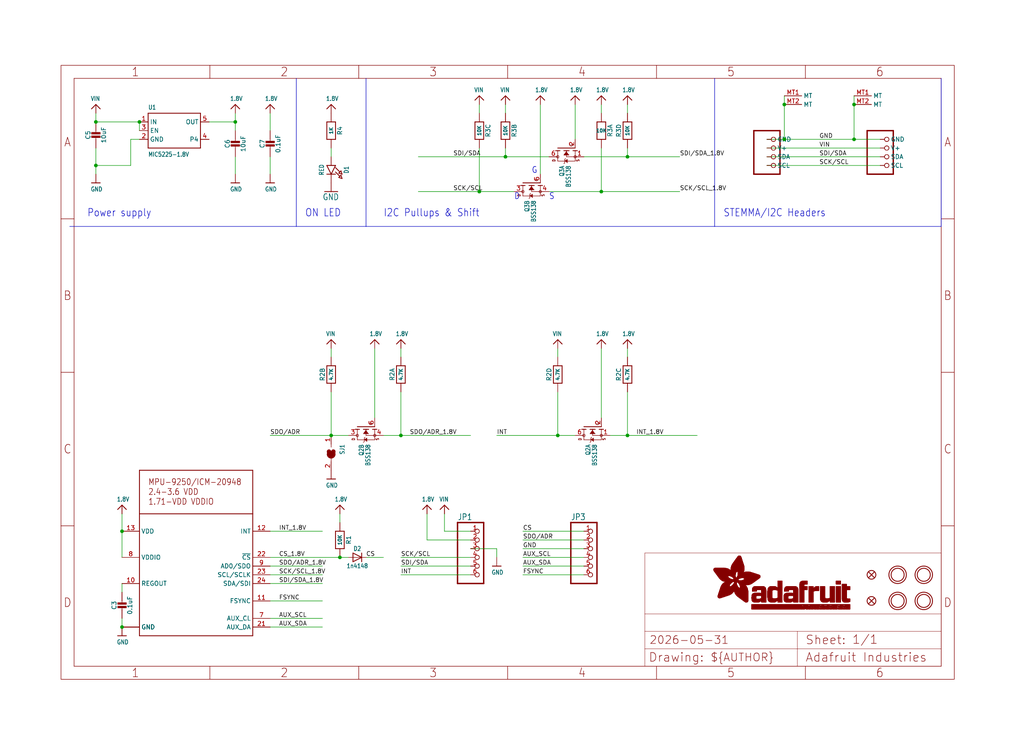
<source format=kicad_sch>
(kicad_sch (version 20230121) (generator eeschema)
  (paper "User" 298.45 217.322)
  (lib_symbols
    (symbol "working-eagle-import:1.8V" (power)
      (property "Value" "1.8V" (at -1.524 1.016 0))
      (symbol "1.8V_1_0"
        (pin power_in line (at 0 -2.54 90) (length 2.54) (name "1.8V") (number "1"))
      )
    )
    (symbol "working-eagle-import:CAP_CERAMIC0603_NO"
      (property "Reference" "C" (at -2.29 1.25 90))
      (symbol "CAP_CERAMIC0603_NO_1_0"
        (pin passive line (at 0 5.08 270) (length 2.54) (name "1") (number "1"))
        (pin passive line (at 0 -2.54 90) (length 2.54) (name "2") (number "2"))
      )
    )
    (symbol "working-eagle-import:CAP_CERAMIC0805-NOOUTLINE"
      (property "Reference" "C" (at -2.29 1.25 90))
      (symbol "CAP_CERAMIC0805-NOOUTLINE_1_0"
        (pin passive line (at 0 5.08 270) (length 2.54) (name "1") (number "1"))
        (pin passive line (at 0 -2.54 90) (length 2.54) (name "2") (number "2"))
      )
    )
    (symbol "working-eagle-import:DIODE_SOD323MINI"
      (property "Reference" "D" (at 0 2.54 0))
      (symbol "DIODE_SOD323MINI_1_0"
        (pin passive line (at -2.54 0 0) (length 2.54) (name "A") (number "A"))
        (pin passive line (at 2.54 0 180) (length 2.54) (name "C") (number "C"))
      )
    )
    (symbol "working-eagle-import:FIDUCIAL_1MM")
    (symbol "working-eagle-import:FRAME_A4_ADAFRUIT"
      (symbol "FRAME_A4_ADAFRUIT_1_0"
        (text "${#}/${##}" (at 230.505 10.16 0) (effects (font (size 2.54 2.54)) (justify left bottom)))
        (text "${AUTHOR}" (at 189.23 5.08 0) (effects (font (size 2.286 2.286)) (justify left bottom)))
        (text "${CURRENT_DATE}" (at 171.45 10.16 0) (effects (font (size 2.286 2.286)) (justify left bottom)))
        (text "${PROJECTNAME}" (at 171.45 15.24 0) (effects (font (size 2.54 2.54)) (justify left bottom)))
        (text "1" (at 21.6958 1.905 0) (effects (font (size 2.54 2.286))))
        (text "1" (at 21.6958 177.165 0) (effects (font (size 2.54 2.286))))
        (text "2" (at 65.0875 1.905 0) (effects (font (size 2.54 2.286))))
        (text "2" (at 65.0875 177.165 0) (effects (font (size 2.54 2.286))))
        (text "3" (at 108.4792 1.905 0) (effects (font (size 2.54 2.286))))
        (text "3" (at 108.4792 177.165 0) (effects (font (size 2.54 2.286))))
        (text "4" (at 151.8708 1.905 0) (effects (font (size 2.54 2.286))))
        (text "4" (at 151.8708 177.165 0) (effects (font (size 2.54 2.286))))
        (text "5" (at 195.2625 1.905 0) (effects (font (size 2.54 2.286))))
        (text "5" (at 195.2625 177.165 0) (effects (font (size 2.54 2.286))))
        (text "6" (at 238.6542 1.905 0) (effects (font (size 2.54 2.286))))
        (text "6" (at 238.6542 177.165 0) (effects (font (size 2.54 2.286))))
        (text "A" (at 1.905 156.6863 0) (effects (font (size 2.54 2.286))))
        (text "A" (at 258.445 156.6863 0) (effects (font (size 2.54 2.286))))
        (text "Adafruit Industries" (at 216.916 4.953 0) (effects (font (size 2.54 2.54)) (justify left bottom)))
        (text "B" (at 1.905 111.9188 0) (effects (font (size 2.54 2.286))))
        (text "B" (at 258.445 111.9188 0) (effects (font (size 2.54 2.286))))
        (text "C" (at 1.905 67.1513 0) (effects (font (size 2.54 2.286))))
        (text "C" (at 258.445 67.1513 0) (effects (font (size 2.54 2.286))))
        (text "D" (at 1.905 22.3838 0) (effects (font (size 2.54 2.286))))
        (text "D" (at 258.445 22.3838 0) (effects (font (size 2.54 2.286))))
        (text "Drawing:" (at 171.196 4.953 0) (effects (font (size 2.54 2.54)) (justify left bottom)))
        (text "Sheet:" (at 216.916 10.033 0) (effects (font (size 2.54 2.54)) (justify left bottom)))
      )
    )
    (symbol "working-eagle-import:GND" (power)
      (property "Value" "GND" (at -1.524 -2.54 0))
      (symbol "GND_1_0"
        (pin power_in line (at 0 2.54 270) (length 2.54) (name "GND") (number "1"))
      )
    )
    (symbol "working-eagle-import:HEADER-1X670MIL"
      (property "Reference" "JP" (at -6.35 10.795 0))
      (symbol "HEADER-1X670MIL_1_0"
        (pin passive inverted (at -2.54 7.62 0) (length 2.54) (name "1") (number "1"))
        (pin passive inverted (at -2.54 5.08 0) (length 2.54) (name "2") (number "2"))
        (pin passive inverted (at -2.54 2.54 0) (length 2.54) (name "3") (number "3"))
        (pin passive inverted (at -2.54 0 0) (length 2.54) (name "4") (number "4"))
        (pin passive inverted (at -2.54 -2.54 0) (length 2.54) (name "5") (number "5"))
        (pin passive inverted (at -2.54 -5.08 0) (length 2.54) (name "6") (number "6"))
      )
    )
    (symbol "working-eagle-import:LED0603_NOOUTLINE"
      (property "Reference" "D" (at -1.27 4.445 0))
      (symbol "LED0603_NOOUTLINE_1_0"
        (pin passive line (at -5.08 0 0) (length 2.54) (name "A") (number "A"))
        (pin passive line (at 2.54 0 180) (length 2.54) (name "C") (number "C"))
      )
    )
    (symbol "working-eagle-import:MOSFET-N_DUAL"
      (property "Reference" "Q" (at 5.08 0.635 0))
      (symbol "MOSFET-N_DUAL_1_0"
        (text "D" (at 3.175 3.175 0) (effects (font (size 0.8128 0.6908)) (justify left bottom)))
        (text "G" (at -1.27 -1.905 0) (effects (font (size 0.8128 0.6908)) (justify left bottom)))
        (text "S" (at 3.175 -3.81 0) (effects (font (size 0.8128 0.6908)) (justify left bottom)))
        (pin bidirectional line (at 2.54 -5.08 90) (length 2.54) (name "S") (number "1"))
        (pin bidirectional line (at -2.54 -2.54 0) (length 2.54) (name "G") (number "2"))
        (pin bidirectional line (at 2.54 5.08 270) (length 2.54) (name "D") (number "6"))
      )
      (symbol "MOSFET-N_DUAL_2_0"
        (text "D" (at 3.175 3.175 0) (effects (font (size 0.8128 0.6908)) (justify left bottom)))
        (text "G" (at -1.27 -1.905 0) (effects (font (size 0.8128 0.6908)) (justify left bottom)))
        (text "S" (at 3.175 -3.81 0) (effects (font (size 0.8128 0.6908)) (justify left bottom)))
        (pin bidirectional line (at 2.54 5.08 270) (length 2.54) (name "D") (number "3"))
        (pin bidirectional line (at 2.54 -5.08 90) (length 2.54) (name "S") (number "4"))
        (pin bidirectional line (at -2.54 -2.54 0) (length 2.54) (name "G") (number "5"))
      )
    )
    (symbol "working-eagle-import:MOUNTINGHOLE2.5")
    (symbol "working-eagle-import:MPU-9250_ICM20948"
      (symbol "MPU-9250_ICM20948_1_0"
        (text "MPU-9250/ICM-20948\n2.4-3.6 VDD\n1.71-VDD VDDIO" (at -12.7 17.78 0) (effects (font (size 1.778 1.5113)) (justify left bottom)))
        (pin bidirectional line (at -20.32 -5.08 0) (length 5.08) (name "REGOUT") (number "10"))
        (pin bidirectional line (at 22.86 -10.16 180) (length 5.08) (name "FSYNC") (number "11"))
        (pin bidirectional line (at 22.86 10.16 180) (length 5.08) (name "INT") (number "12"))
        (pin bidirectional line (at -20.32 10.16 0) (length 5.08) (name "VDD") (number "13"))
        (pin bidirectional line (at -20.32 -17.78 0) (length 5.08) (name "GND") (number "18"))
        (pin bidirectional line (at -20.32 -17.78 0) (length 5.08) (name "GND") (number "20"))
        (pin bidirectional line (at 22.86 -17.78 180) (length 5.08) (name "AUX_DA") (number "21"))
        (pin bidirectional line (at 22.86 2.54 180) (length 5.08) (name "~{CS}") (number "22"))
        (pin bidirectional line (at 22.86 -2.54 180) (length 5.08) (name "SCL/SCLK") (number "23"))
        (pin bidirectional line (at 22.86 -5.08 180) (length 5.08) (name "SDA/SDI") (number "24"))
        (pin bidirectional line (at 22.86 -15.24 180) (length 5.08) (name "AUX_CL") (number "7"))
        (pin bidirectional line (at -20.32 2.54 0) (length 5.08) (name "VDDIO") (number "8"))
        (pin bidirectional line (at 22.86 0 180) (length 5.08) (name "AD0/SDO") (number "9"))
      )
    )
    (symbol "working-eagle-import:RESISTOR_0603_NOOUT"
      (property "Reference" "R" (at 0 2.54 0))
      (symbol "RESISTOR_0603_NOOUT_1_0"
        (pin passive line (at -5.08 0 0) (length 2.54) (name "1") (number "1"))
        (pin passive line (at 5.08 0 180) (length 2.54) (name "2") (number "2"))
      )
    )
    (symbol "working-eagle-import:RESISTOR_4PACK"
      (property "Reference" "R" (at 0 2.54 0))
      (symbol "RESISTOR_4PACK_1_0"
        (pin passive line (at -5.08 0 0) (length 2.54) (name "1") (number "1"))
        (pin passive line (at 5.08 0 180) (length 2.54) (name "2") (number "8"))
      )
      (symbol "RESISTOR_4PACK_2_0"
        (pin passive line (at -5.08 0 0) (length 2.54) (name "1") (number "2"))
        (pin passive line (at 5.08 0 180) (length 2.54) (name "2") (number "7"))
      )
      (symbol "RESISTOR_4PACK_3_0"
        (pin passive line (at -5.08 0 0) (length 2.54) (name "1") (number "3"))
        (pin passive line (at 5.08 0 180) (length 2.54) (name "2") (number "6"))
      )
      (symbol "RESISTOR_4PACK_4_0"
        (pin passive line (at -5.08 0 0) (length 2.54) (name "1") (number "4"))
        (pin passive line (at 5.08 0 180) (length 2.54) (name "2") (number "5"))
      )
    )
    (symbol "working-eagle-import:SOLDERJUMPER"
      (property "Reference" "SJ" (at -2.54 2.54 0))
      (symbol "SOLDERJUMPER_1_0"
        (pin passive line (at -5.08 0 0) (length 2.54) (name "1") (number "1"))
        (pin passive line (at 5.08 0 180) (length 2.54) (name "2") (number "2"))
      )
    )
    (symbol "working-eagle-import:STEMMA_I2C_QT"
      (symbol "STEMMA_I2C_QT_1_0"
        (pin passive inverted (at 0 5.08 0) (length 2.54) (name "GND") (number "1"))
        (pin passive inverted (at 0 2.54 0) (length 2.54) (name "V+") (number "2"))
        (pin passive inverted (at 0 0 0) (length 2.54) (name "SDA") (number "3"))
        (pin passive inverted (at 0 -2.54 0) (length 2.54) (name "SCL") (number "4"))
      )
      (symbol "STEMMA_I2C_QT_2_0"
        (pin bidirectional line (at 0 0 0) (length 5.08) (name "MT") (number "MT1"))
      )
      (symbol "STEMMA_I2C_QT_3_0"
        (pin bidirectional line (at 0 0 0) (length 5.08) (name "MT") (number "MT2"))
      )
    )
    (symbol "working-eagle-import:VIN" (power)
      (property "Value" "VIN" (at -1.524 1.016 0))
      (symbol "VIN_1_0"
        (pin power_in line (at 0 -2.54 90) (length 2.54) (name "VIN") (number "1"))
      )
    )
    (symbol "working-eagle-import:VREG_SOT23-5"
      (property "Reference" "U" (at -7.62 6.096 0))
      (symbol "VREG_SOT23-5_1_0"
        (pin power_in line (at -10.16 2.54 0) (length 2.54) (name "IN") (number "1"))
        (pin power_in line (at -10.16 -2.54 0) (length 2.54) (name "GND") (number "2"))
        (pin input line (at -10.16 0 0) (length 2.54) (name "EN") (number "3"))
        (pin bidirectional line (at 10.16 -2.54 180) (length 2.54) (name "P4") (number "4"))
        (pin power_in line (at 10.16 2.54 180) (length 2.54) (name "OUT") (number "5"))
      )
    )
    (symbol "working-eagle-import:supply1_GND" (power)
      (property "Value" "supply1_GND" (at -2.54 -2.54 0))
      (symbol "supply1_GND_1_0"
        (pin power_in line (at 0 2.54 270) (length 2.54) (name "GND") (number "1"))
      )
    )
  )
  (junction (at 248.92 40.64))
  (junction (at 228.6 30.48))
  (junction (at 139.7 55.88))
  (junction (at 248.92 30.48))
  (junction (at 182.88 127))
  (junction (at 68.58 35.56))
  (junction (at 35.56 154.94))
  (junction (at 35.56 182.88))
  (junction (at 175.26 55.88))
  (junction (at 27.94 35.56))
  (junction (at 96.52 127))
  (junction (at 147.32 45.72))
  (junction (at 27.94 48.26))
  (junction (at 162.56 127))
  (junction (at 182.88 45.72))
  (junction (at 116.84 127))
  (junction (at 99.06 162.56))
  (junction (at 228.6 40.64))
  (junction (at 40.64 35.56))
  (wire (pts (xy 175.26 55.88) (xy 198.12 55.88)) (stroke (width 0.1524)))
  (wire (pts (xy 170.18 167.64) (xy 152.4 167.64)) (stroke (width 0.1524)))
  (wire (pts (xy 78.74 167.64) (xy 93.98 167.64)) (stroke (width 0.1524)))
  (wire (pts (xy 68.58 35.56) (xy 68.58 38.1)) (stroke (width 0.1524)))
  (wire (pts (xy 139.7 43.18) (xy 139.7 55.88)) (stroke (width 0.1524)))
  (wire (pts (xy 60.96 35.56) (xy 68.58 35.56)) (stroke (width 0.1524)))
  (wire (pts (xy 175.26 43.18) (xy 175.26 55.88)) (stroke (width 0.1524)))
  (wire (pts (xy 40.64 38.1) (xy 40.64 35.56)) (stroke (width 0.1524)))
  (wire (pts (xy 96.52 104.14) (xy 96.52 101.6)) (stroke (width 0.1524)))
  (wire (pts (xy 109.22 121.92) (xy 109.22 101.6)) (stroke (width 0.1524)))
  (wire (pts (xy 139.7 30.48) (xy 139.7 33.02)) (stroke (width 0.1524)))
  (wire (pts (xy 38.1 40.64) (xy 38.1 48.26)) (stroke (width 0.1524)))
  (wire (pts (xy 147.32 45.72) (xy 121.92 45.72)) (stroke (width 0.1524)))
  (polyline (pts (xy 208.28 22.86) (xy 208.28 66.04)) (stroke (width 0.1524) (type solid)))
  (wire (pts (xy 106.68 162.56) (xy 111.76 162.56)) (stroke (width 0.1524)))
  (wire (pts (xy 40.64 40.64) (xy 38.1 40.64)) (stroke (width 0.1524)))
  (wire (pts (xy 116.84 114.3) (xy 116.84 127)) (stroke (width 0.1524)))
  (wire (pts (xy 228.6 40.64) (xy 223.52 40.64)) (stroke (width 0.1524)))
  (wire (pts (xy 129.54 154.94) (xy 129.54 149.86)) (stroke (width 0.1524)))
  (wire (pts (xy 35.56 180.34) (xy 35.56 182.88)) (stroke (width 0.1524)))
  (polyline (pts (xy 86.36 66.04) (xy 106.68 66.04)) (stroke (width 0.1524) (type solid)))
  (wire (pts (xy 162.56 127) (xy 144.78 127)) (stroke (width 0.1524)))
  (wire (pts (xy 116.84 165.1) (xy 137.16 165.1)) (stroke (width 0.1524)))
  (wire (pts (xy 116.84 101.6) (xy 116.84 104.14)) (stroke (width 0.1524)))
  (wire (pts (xy 116.84 127) (xy 111.76 127)) (stroke (width 0.1524)))
  (polyline (pts (xy 106.68 22.86) (xy 106.68 66.04)) (stroke (width 0.1524) (type solid)))
  (wire (pts (xy 228.6 40.64) (xy 248.92 40.64)) (stroke (width 0.1524)))
  (wire (pts (xy 182.88 127) (xy 203.2 127)) (stroke (width 0.1524)))
  (wire (pts (xy 78.74 175.26) (xy 93.98 175.26)) (stroke (width 0.1524)))
  (wire (pts (xy 137.16 162.56) (xy 116.84 162.56)) (stroke (width 0.1524)))
  (wire (pts (xy 182.88 43.18) (xy 182.88 45.72)) (stroke (width 0.1524)))
  (wire (pts (xy 38.1 48.26) (xy 27.94 48.26)) (stroke (width 0.1524)))
  (wire (pts (xy 160.02 45.72) (xy 147.32 45.72)) (stroke (width 0.1524)))
  (wire (pts (xy 27.94 48.26) (xy 27.94 43.18)) (stroke (width 0.1524)))
  (wire (pts (xy 228.6 30.48) (xy 228.6 40.64)) (stroke (width 0.1524)))
  (wire (pts (xy 68.58 45.72) (xy 68.58 50.8)) (stroke (width 0.1524)))
  (wire (pts (xy 256.54 45.72) (xy 223.52 45.72)) (stroke (width 0.1524)))
  (wire (pts (xy 167.64 127) (xy 162.56 127)) (stroke (width 0.1524)))
  (wire (pts (xy 170.18 45.72) (xy 182.88 45.72)) (stroke (width 0.1524)))
  (wire (pts (xy 162.56 104.14) (xy 162.56 101.6)) (stroke (width 0.1524)))
  (wire (pts (xy 152.4 165.1) (xy 170.18 165.1)) (stroke (width 0.1524)))
  (wire (pts (xy 35.56 172.72) (xy 35.56 170.18)) (stroke (width 0.1524)))
  (wire (pts (xy 40.64 35.56) (xy 27.94 35.56)) (stroke (width 0.1524)))
  (wire (pts (xy 182.88 101.6) (xy 182.88 104.14)) (stroke (width 0.1524)))
  (wire (pts (xy 96.52 127) (xy 78.74 127)) (stroke (width 0.1524)))
  (wire (pts (xy 182.88 114.3) (xy 182.88 127)) (stroke (width 0.1524)))
  (wire (pts (xy 137.16 154.94) (xy 129.54 154.94)) (stroke (width 0.1524)))
  (wire (pts (xy 68.58 35.56) (xy 68.58 33.02)) (stroke (width 0.1524)))
  (polyline (pts (xy 106.68 66.04) (xy 208.28 66.04)) (stroke (width 0.1524) (type solid)))
  (wire (pts (xy 99.06 152.4) (xy 99.06 149.86)) (stroke (width 0.1524)))
  (wire (pts (xy 182.88 127) (xy 177.8 127)) (stroke (width 0.1524)))
  (wire (pts (xy 160.02 55.88) (xy 175.26 55.88)) (stroke (width 0.1524)))
  (wire (pts (xy 170.18 162.56) (xy 152.4 162.56)) (stroke (width 0.1524)))
  (wire (pts (xy 175.26 33.02) (xy 175.26 30.48)) (stroke (width 0.1524)))
  (wire (pts (xy 27.94 33.02) (xy 27.94 35.56)) (stroke (width 0.1524)))
  (wire (pts (xy 99.06 162.56) (xy 101.6 162.56)) (stroke (width 0.1524)))
  (wire (pts (xy 144.78 160.02) (xy 144.78 162.56)) (stroke (width 0.1524)))
  (wire (pts (xy 223.52 48.26) (xy 256.54 48.26)) (stroke (width 0.1524)))
  (wire (pts (xy 149.86 55.88) (xy 139.7 55.88)) (stroke (width 0.1524)))
  (wire (pts (xy 27.94 48.26) (xy 27.94 50.8)) (stroke (width 0.1524)))
  (polyline (pts (xy 208.28 66.04) (xy 274.32 66.04)) (stroke (width 0.1524) (type solid)))
  (wire (pts (xy 35.56 162.56) (xy 35.56 154.94)) (stroke (width 0.1524)))
  (wire (pts (xy 137.16 157.48) (xy 124.46 157.48)) (stroke (width 0.1524)))
  (wire (pts (xy 35.56 154.94) (xy 35.56 149.86)) (stroke (width 0.1524)))
  (wire (pts (xy 182.88 33.02) (xy 182.88 30.48)) (stroke (width 0.1524)))
  (wire (pts (xy 147.32 33.02) (xy 147.32 30.48)) (stroke (width 0.1524)))
  (wire (pts (xy 223.52 43.18) (xy 256.54 43.18)) (stroke (width 0.1524)))
  (wire (pts (xy 116.84 127) (xy 137.16 127)) (stroke (width 0.1524)))
  (wire (pts (xy 170.18 160.02) (xy 152.4 160.02)) (stroke (width 0.1524)))
  (wire (pts (xy 96.52 43.18) (xy 96.52 45.72)) (stroke (width 0.1524)))
  (wire (pts (xy 78.74 170.18) (xy 93.98 170.18)) (stroke (width 0.1524)))
  (wire (pts (xy 124.46 157.48) (xy 124.46 149.86)) (stroke (width 0.1524)))
  (wire (pts (xy 78.74 165.1) (xy 93.98 165.1)) (stroke (width 0.1524)))
  (wire (pts (xy 78.74 182.88) (xy 93.98 182.88)) (stroke (width 0.1524)))
  (wire (pts (xy 137.16 160.02) (xy 144.78 160.02)) (stroke (width 0.1524)))
  (polyline (pts (xy 20.32 66.04) (xy 86.36 66.04)) (stroke (width 0.1524) (type solid)))
  (wire (pts (xy 170.18 157.48) (xy 152.4 157.48)) (stroke (width 0.1524)))
  (wire (pts (xy 170.18 154.94) (xy 152.4 154.94)) (stroke (width 0.1524)))
  (polyline (pts (xy 274.32 22.86) (xy 274.32 66.04)) (stroke (width 0.1524) (type solid)))
  (wire (pts (xy 167.64 40.64) (xy 167.64 30.48)) (stroke (width 0.1524)))
  (wire (pts (xy 78.74 180.34) (xy 93.98 180.34)) (stroke (width 0.1524)))
  (wire (pts (xy 78.74 45.72) (xy 78.74 50.8)) (stroke (width 0.1524)))
  (wire (pts (xy 78.74 162.56) (xy 99.06 162.56)) (stroke (width 0.1524)))
  (wire (pts (xy 256.54 40.64) (xy 248.92 40.64)) (stroke (width 0.1524)))
  (wire (pts (xy 78.74 33.02) (xy 78.74 38.1)) (stroke (width 0.1524)))
  (wire (pts (xy 96.52 114.3) (xy 96.52 127)) (stroke (width 0.1524)))
  (wire (pts (xy 248.92 30.48) (xy 248.92 40.64)) (stroke (width 0.1524)))
  (wire (pts (xy 101.6 127) (xy 96.52 127)) (stroke (width 0.1524)))
  (wire (pts (xy 78.74 154.94) (xy 93.98 154.94)) (stroke (width 0.1524)))
  (wire (pts (xy 157.48 50.8) (xy 157.48 30.48)) (stroke (width 0.1524)))
  (wire (pts (xy 162.56 114.3) (xy 162.56 127)) (stroke (width 0.1524)))
  (wire (pts (xy 137.16 167.64) (xy 116.84 167.64)) (stroke (width 0.1524)))
  (wire (pts (xy 139.7 55.88) (xy 121.92 55.88)) (stroke (width 0.1524)))
  (wire (pts (xy 248.92 27.94) (xy 248.92 30.48)) (stroke (width 0.1524)))
  (wire (pts (xy 182.88 45.72) (xy 198.12 45.72)) (stroke (width 0.1524)))
  (wire (pts (xy 147.32 43.18) (xy 147.32 45.72)) (stroke (width 0.1524)))
  (wire (pts (xy 228.6 27.94) (xy 228.6 30.48)) (stroke (width 0.1524)))
  (wire (pts (xy 175.26 121.92) (xy 175.26 101.6)) (stroke (width 0.1524)))
  (polyline (pts (xy 86.36 22.86) (xy 86.36 66.04)) (stroke (width 0.1524) (type solid)))
  (text "D" (at 149.86 58.42 0) (effects (font (size 1.778 1.5113)) (justify left bottom)))
  (text "Power supply" (at 25.4 63.5 0) (effects (font (size 2.1844 1.8567)) (justify left bottom)))
  (text "ON LED" (at 88.9 63.5 0) (effects (font (size 2.1844 1.8567)) (justify left bottom)))
  (text "G" (at 154.94 50.8 0) (effects (font (size 1.778 1.5113)) (justify left bottom)))
  (text "S" (at 160.02 58.42 0) (effects (font (size 1.778 1.5113)) (justify left bottom)))
  (text "I2C Pullups & Shift" (at 111.76 63.5 0) (effects (font (size 2.1844 1.8567)) (justify left bottom)))
  (text "STEMMA/I2C Headers" (at 210.82 63.5 0) (effects (font (size 2.1844 1.8567)) (justify left bottom)))
  (label "SDI/SDA_1.8V" (at 81.28 170.18 0) (effects (font (size 1.2446 1.2446))))
  (label "SCK/SCL" (at 116.84 162.56 0) (effects (font (size 1.2446 1.2446))))
  (label "SDI/SDA_1.8V" (at 198.12 45.72 0) (effects (font (size 1.2446 1.2446))))
  (label "SDI/SDA" (at 132.08 45.72 0) (effects (font (size 1.2446 1.2446))))
  (label "GND" (at 152.4 160.02 0) (effects (font (size 1.2446 1.2446))))
  (label "AUX_SDA" (at 81.28 182.88 0) (effects (font (size 1.2446 1.2446))))
  (label "GND" (at 238.76 40.64 0) (effects (font (size 1.2446 1.2446))))
  (label "INT" (at 144.78 127 0) (effects (font (size 1.2446 1.2446))))
  (label "SCK/SCL_1.8V" (at 198.12 55.88 0) (effects (font (size 1.2446 1.2446))))
  (label "SDO/ADR" (at 152.4 157.48 0) (effects (font (size 1.2446 1.2446))))
  (label "SDI/SDA" (at 238.76 45.72 0) (effects (font (size 1.2446 1.2446))))
  (label "VIN" (at 238.76 43.18 0) (effects (font (size 1.2446 1.2446))))
  (label "CS" (at 152.4 154.94 0) (effects (font (size 1.2446 1.2446))))
  (label "AUX_SDA" (at 152.4 165.1 0) (effects (font (size 1.2446 1.2446))))
  (label "INT_1.8V" (at 81.28 154.94 0) (effects (font (size 1.2446 1.2446))))
  (label "INT" (at 116.84 167.64 0) (effects (font (size 1.2446 1.2446))))
  (label "CS" (at 106.68 162.56 0) (effects (font (size 1.2446 1.2446))))
  (label "SDO/ADR" (at 78.74 127 0) (effects (font (size 1.2446 1.2446))))
  (label "FSYNC" (at 81.28 175.26 0) (effects (font (size 1.2446 1.2446))))
  (label "AUX_SCL" (at 81.28 180.34 0) (effects (font (size 1.2446 1.2446))))
  (label "SCK/SCL_1.8V" (at 81.28 167.64 0) (effects (font (size 1.2446 1.2446))))
  (label "CS_1.8V" (at 81.28 162.56 0) (effects (font (size 1.2446 1.2446))))
  (label "INT_1.8V" (at 185.42 127 0) (effects (font (size 1.2446 1.2446))))
  (label "SDO/ADR_1.8V" (at 81.28 165.1 0) (effects (font (size 1.2446 1.2446))))
  (label "FSYNC" (at 152.4 167.64 0) (effects (font (size 1.2446 1.2446))))
  (label "SCK/SCL" (at 132.08 55.88 0) (effects (font (size 1.2446 1.2446))))
  (label "SDO/ADR_1.8V" (at 119.38 127 0) (effects (font (size 1.2446 1.2446))))
  (label "SCK/SCL" (at 238.76 48.26 0) (effects (font (size 1.2446 1.2446))))
  (label "AUX_SCL" (at 152.4 162.56 0) (effects (font (size 1.2446 1.2446))))
  (label "SDI/SDA" (at 116.84 165.1 0) (effects (font (size 1.2446 1.2446))))
  (symbol (lib_id "working-eagle-import:LED0603_NOOUTLINE") (at 96.52 50.8 270) (unit 1)
    (property "Reference" "D1" (at 100.965 49.53 0) (effects (font (size 1.27 1.0795))))
    (property "Value" "RED" (at 93.726 49.53 0) (effects (font (size 1.27 1.0795))))
    (property "Footprint" "working:CHIPLED_0603_NOOUTLINE" (effects hide))
  )
  (symbol (lib_id "working-eagle-import:FIDUCIAL_1MM") (at 254 167.64 0) (unit 1)
    (property "Reference" "FID4" (effects hide))
    (property "Value" "FIDUCIAL_1MM" (effects hide))
    (property "Footprint" "working:FIDUCIAL_1MM" (effects hide))
  )
  (symbol (lib_id "working-eagle-import:RESISTOR_4PACK") (at 139.7 38.1 270) (unit 3)
    (property "Reference" "R3" (at 142.24 38.1 0))
    (property "Value" "10K" (at 139.7 38.1 0) (effects (font (size 1.016 1.016) bold)))
    (property "Footprint" "working:RESPACK_4X0603" (effects hide))
  )
  (symbol (lib_id "working-eagle-import:SOLDERJUMPER") (at 96.52 132.08 270) (unit 1)
    (property "Reference" "SJ1" (at 99.06 129.54 0) (effects (font (size 1.27 1.0795)) (justify left bottom)))
    (property "Value" "SOLDERJUMPER" (effects hide))
    (property "Footprint" "working:SOLDERJUMPER_ARROW_NOPASTE" (effects hide))
  )
  (symbol (lib_id "working-eagle-import:MOSFET-N_DUAL") (at 172.72 124.46 90) (mirror x) (unit 1)
    (property "Reference" "Q2" (at 172.085 129.54 0) (effects (font (size 1.27 1.0795)) (justify left bottom)))
    (property "Value" "BSS138" (at 173.99 129.54 0) (effects (font (size 1.27 1.0795)) (justify left bottom)))
    (property "Footprint" "working:SOT363" (effects hide))
  )
  (symbol (lib_id "working-eagle-import:1.8V") (at 116.84 99.06 0) (unit 1)
    (property "Reference" "#U$18" (effects hide))
    (property "Value" "1.8V" (at 115.316 98.044 0) (effects (font (size 1.27 1.0795)) (justify left bottom)))
  )
  (symbol (lib_id "working-eagle-import:MOUNTINGHOLE2.5") (at 269.24 175.26 0) (unit 1)
    (property "Reference" "U$42" (effects hide))
    (property "Value" "MOUNTINGHOLE2.5" (effects hide))
    (property "Footprint" "working:MOUNTINGHOLE_2.5_PLATED" (effects hide))
  )
  (symbol (lib_id "working-eagle-import:RESISTOR_4PACK") (at 116.84 109.22 90) (unit 1)
    (property "Reference" "R2" (at 114.3 109.22 0))
    (property "Value" "4.7K" (at 116.84 109.22 0) (effects (font (size 1.016 1.016) bold)))
    (property "Footprint" "working:RESPACK_4X0603" (effects hide))
  )
  (symbol (lib_id "working-eagle-import:HEADER-1X670MIL") (at 172.72 162.56 0) (unit 1)
    (property "Reference" "JP3" (at 166.37 151.765 0) (effects (font (size 1.778 1.5113)) (justify left bottom)))
    (property "Value" "HEADER-1X670MIL" (effects hide))
    (property "Footprint" "working:1X06_ROUND_70" (effects hide))
  )
  (symbol (lib_id "working-eagle-import:1.8V") (at 175.26 27.94 0) (unit 1)
    (property "Reference" "#U$30" (effects hide))
    (property "Value" "1.8V" (at 173.736 26.924 0) (effects (font (size 1.27 1.0795)) (justify left bottom)))
  )
  (symbol (lib_id "working-eagle-import:MOSFET-N_DUAL") (at 165.1 43.18 90) (mirror x) (unit 1)
    (property "Reference" "Q3" (at 164.465 48.26 0) (effects (font (size 1.27 1.0795)) (justify left bottom)))
    (property "Value" "BSS138" (at 166.37 48.26 0) (effects (font (size 1.27 1.0795)) (justify left bottom)))
    (property "Footprint" "working:SOT363" (effects hide))
  )
  (symbol (lib_id "working-eagle-import:STEMMA_I2C_QT") (at 248.92 30.48 0) (unit 3)
    (property "Reference" "CONN4" (effects hide))
    (property "Value" "STEMMA_I2C_QT" (effects hide))
    (property "Footprint" "working:JST_SH4" (effects hide))
  )
  (symbol (lib_id "working-eagle-import:CAP_CERAMIC0603_NO") (at 35.56 177.8 0) (unit 1)
    (property "Reference" "C3" (at 33.27 176.55 90))
    (property "Value" "0.1uF" (at 37.86 176.55 90))
    (property "Footprint" "working:0603-NO" (effects hide))
  )
  (symbol (lib_id "working-eagle-import:HEADER-1X670MIL") (at 139.7 162.56 0) (unit 1)
    (property "Reference" "JP1" (at 133.35 151.765 0) (effects (font (size 1.778 1.5113)) (justify left bottom)))
    (property "Value" "HEADER-1X670MIL" (effects hide))
    (property "Footprint" "working:1X06_ROUND_70" (effects hide))
  )
  (symbol (lib_id "working-eagle-import:1.8V") (at 68.58 30.48 0) (unit 1)
    (property "Reference" "#U$4" (effects hide))
    (property "Value" "1.8V" (at 67.056 29.464 0) (effects (font (size 1.27 1.0795)) (justify left bottom)))
  )
  (symbol (lib_id "working-eagle-import:1.8V") (at 175.26 99.06 0) (unit 1)
    (property "Reference" "#U$13" (effects hide))
    (property "Value" "1.8V" (at 173.736 98.044 0) (effects (font (size 1.27 1.0795)) (justify left bottom)))
  )
  (symbol (lib_id "working-eagle-import:MOSFET-N_DUAL") (at 106.68 124.46 90) (mirror x) (unit 2)
    (property "Reference" "Q2" (at 106.045 129.54 0) (effects (font (size 1.27 1.0795)) (justify left bottom)))
    (property "Value" "BSS138" (at 107.95 129.54 0) (effects (font (size 1.27 1.0795)) (justify left bottom)))
    (property "Footprint" "working:SOT363" (effects hide))
  )
  (symbol (lib_id "working-eagle-import:VIN") (at 27.94 30.48 0) (unit 1)
    (property "Reference" "#U$15" (effects hide))
    (property "Value" "VIN" (at 26.416 29.464 0) (effects (font (size 1.27 1.0795)) (justify left bottom)))
  )
  (symbol (lib_id "working-eagle-import:RESISTOR_4PACK") (at 182.88 38.1 90) (mirror x) (unit 4)
    (property "Reference" "R3" (at 180.34 38.1 0))
    (property "Value" "10K" (at 182.88 38.1 0) (effects (font (size 1.016 1.016) bold)))
    (property "Footprint" "working:RESPACK_4X0603" (effects hide))
  )
  (symbol (lib_id "working-eagle-import:STEMMA_I2C_QT") (at 228.6 27.94 0) (unit 2)
    (property "Reference" "CONN3" (effects hide))
    (property "Value" "STEMMA_I2C_QT" (effects hide))
    (property "Footprint" "working:JST_SH4" (effects hide))
  )
  (symbol (lib_id "working-eagle-import:VIN") (at 139.7 27.94 0) (unit 1)
    (property "Reference" "#U$32" (effects hide))
    (property "Value" "VIN" (at 138.176 26.924 0) (effects (font (size 1.27 1.0795)) (justify left bottom)))
  )
  (symbol (lib_id "working-eagle-import:GND") (at 144.78 165.1 0) (unit 1)
    (property "Reference" "#U$3" (effects hide))
    (property "Value" "GND" (at 143.256 167.64 0) (effects (font (size 1.27 1.0795)) (justify left bottom)))
  )
  (symbol (lib_id "working-eagle-import:STEMMA_I2C_QT") (at 256.54 45.72 0) (unit 1)
    (property "Reference" "CONN4" (effects hide))
    (property "Value" "STEMMA_I2C_QT" (effects hide))
    (property "Footprint" "working:JST_SH4" (effects hide))
  )
  (symbol (lib_id "working-eagle-import:VIN") (at 96.52 99.06 0) (unit 1)
    (property "Reference" "#U$23" (effects hide))
    (property "Value" "VIN" (at 94.996 98.044 0) (effects (font (size 1.27 1.0795)) (justify left bottom)))
  )
  (symbol (lib_id "working-eagle-import:RESISTOR_4PACK") (at 162.56 109.22 90) (unit 4)
    (property "Reference" "R2" (at 160.02 109.22 0))
    (property "Value" "4.7K" (at 162.56 109.22 0) (effects (font (size 1.016 1.016) bold)))
    (property "Footprint" "working:RESPACK_4X0603" (effects hide))
  )
  (symbol (lib_id "working-eagle-import:1.8V") (at 167.64 27.94 0) (unit 1)
    (property "Reference" "#U$29" (effects hide))
    (property "Value" "1.8V" (at 166.116 26.924 0) (effects (font (size 1.27 1.0795)) (justify left bottom)))
  )
  (symbol (lib_id "working-eagle-import:GND") (at 27.94 53.34 0) (unit 1)
    (property "Reference" "#U$25" (effects hide))
    (property "Value" "GND" (at 26.416 55.88 0) (effects (font (size 1.27 1.0795)) (justify left bottom)))
  )
  (symbol (lib_id "working-eagle-import:STEMMA_I2C_QT") (at 248.92 27.94 0) (unit 2)
    (property "Reference" "CONN4" (effects hide))
    (property "Value" "STEMMA_I2C_QT" (effects hide))
    (property "Footprint" "working:JST_SH4" (effects hide))
  )
  (symbol (lib_id "working-eagle-import:FIDUCIAL_1MM") (at 254 175.26 0) (unit 1)
    (property "Reference" "FID2" (effects hide))
    (property "Value" "FIDUCIAL_1MM" (effects hide))
    (property "Footprint" "working:FIDUCIAL_1MM" (effects hide))
  )
  (symbol (lib_id "working-eagle-import:VIN") (at 147.32 27.94 0) (unit 1)
    (property "Reference" "#U$33" (effects hide))
    (property "Value" "VIN" (at 145.796 26.924 0) (effects (font (size 1.27 1.0795)) (justify left bottom)))
  )
  (symbol (lib_id "working-eagle-import:MOSFET-N_DUAL") (at 154.94 53.34 90) (mirror x) (unit 2)
    (property "Reference" "Q3" (at 154.305 58.42 0) (effects (font (size 1.27 1.0795)) (justify left bottom)))
    (property "Value" "BSS138" (at 156.21 58.42 0) (effects (font (size 1.27 1.0795)) (justify left bottom)))
    (property "Footprint" "working:SOT363" (effects hide))
  )
  (symbol (lib_id "working-eagle-import:RESISTOR_4PACK") (at 182.88 109.22 90) (unit 3)
    (property "Reference" "R2" (at 180.34 109.22 0))
    (property "Value" "4.7K" (at 182.88 109.22 0) (effects (font (size 1.016 1.016) bold)))
    (property "Footprint" "working:RESPACK_4X0603" (effects hide))
  )
  (symbol (lib_id "working-eagle-import:CAP_CERAMIC0805-NOOUTLINE") (at 27.94 40.64 0) (unit 1)
    (property "Reference" "C5" (at 25.65 39.39 90))
    (property "Value" "10uF" (at 30.24 39.39 90))
    (property "Footprint" "working:0805-NO" (effects hide))
  )
  (symbol (lib_id "working-eagle-import:VIN") (at 129.54 147.32 0) (unit 1)
    (property "Reference" "#U$1" (effects hide))
    (property "Value" "VIN" (at 128.016 146.304 0) (effects (font (size 1.27 1.0795)) (justify left bottom)))
  )
  (symbol (lib_id "working-eagle-import:1.8V") (at 124.46 147.32 0) (unit 1)
    (property "Reference" "#U$19" (effects hide))
    (property "Value" "1.8V" (at 122.936 146.304 0) (effects (font (size 1.27 1.0795)) (justify left bottom)))
  )
  (symbol (lib_id "working-eagle-import:MPU-9250_ICM20948") (at 55.88 165.1 0) (unit 1)
    (property "Reference" "U$21" (effects hide))
    (property "Value" "MPU-9250_ICM20948" (effects hide))
    (property "Footprint" "working:QFN24_3MM_NOEP" (effects hide))
  )
  (symbol (lib_id "working-eagle-import:1.8V") (at 109.22 99.06 0) (unit 1)
    (property "Reference" "#U$24" (effects hide))
    (property "Value" "1.8V" (at 107.696 98.044 0) (effects (font (size 1.27 1.0795)) (justify left bottom)))
  )
  (symbol (lib_id "working-eagle-import:FRAME_A4_ADAFRUIT") (at 17.78 198.12 0) (unit 1)
    (property "Reference" "#U$40" (effects hide))
    (property "Value" "FRAME_A4_ADAFRUIT" (effects hide))
  )
  (symbol (lib_id "working-eagle-import:VIN") (at 162.56 99.06 0) (unit 1)
    (property "Reference" "#U$10" (effects hide))
    (property "Value" "VIN" (at 161.036 98.044 0) (effects (font (size 1.27 1.0795)) (justify left bottom)))
  )
  (symbol (lib_id "working-eagle-import:GND") (at 68.58 53.34 0) (unit 1)
    (property "Reference" "#U$26" (effects hide))
    (property "Value" "GND" (at 67.056 55.88 0) (effects (font (size 1.27 1.0795)) (justify left bottom)))
  )
  (symbol (lib_id "working-eagle-import:1.8V") (at 99.06 147.32 0) (unit 1)
    (property "Reference" "#U$14" (effects hide))
    (property "Value" "1.8V" (at 97.536 146.304 0) (effects (font (size 1.27 1.0795)) (justify left bottom)))
  )
  (symbol (lib_id "working-eagle-import:MOUNTINGHOLE2.5") (at 269.24 167.64 0) (unit 1)
    (property "Reference" "U$41" (effects hide))
    (property "Value" "MOUNTINGHOLE2.5" (effects hide))
    (property "Footprint" "working:MOUNTINGHOLE_2.5_PLATED" (effects hide))
  )
  (symbol (lib_id "working-eagle-import:RESISTOR_4PACK") (at 175.26 38.1 270) (mirror x) (unit 1)
    (property "Reference" "R3" (at 177.8 38.1 0))
    (property "Value" "10K" (at 175.26 38.1 90) (effects (font (size 1.016 1.016) bold)))
    (property "Footprint" "working:RESPACK_4X0603" (effects hide))
  )
  (symbol (lib_id "working-eagle-import:VREG_SOT23-5") (at 50.8 38.1 0) (unit 1)
    (property "Reference" "U1" (at 43.18 32.004 0) (effects (font (size 1.27 1.0795)) (justify left bottom)))
    (property "Value" "MIC5225-1.8V" (at 43.18 45.72 0) (effects (font (size 1.27 1.0795)) (justify left bottom)))
    (property "Footprint" "working:SOT23-5" (effects hide))
  )
  (symbol (lib_id "working-eagle-import:supply1_GND") (at 96.52 55.88 0) (unit 1)
    (property "Reference" "#GND6" (effects hide))
    (property "Value" "GND" (at 93.98 58.42 0) (effects (font (size 1.778 1.5113)) (justify left bottom)))
  )
  (symbol (lib_id "working-eagle-import:1.8V") (at 182.88 99.06 0) (unit 1)
    (property "Reference" "#U$9" (effects hide))
    (property "Value" "1.8V" (at 181.356 98.044 0) (effects (font (size 1.27 1.0795)) (justify left bottom)))
  )
  (symbol (lib_id "working-eagle-import:MOUNTINGHOLE2.5") (at 261.62 175.26 0) (unit 1)
    (property "Reference" "U$38" (effects hide))
    (property "Value" "MOUNTINGHOLE2.5" (effects hide))
    (property "Footprint" "working:MOUNTINGHOLE_2.5_PLATED" (effects hide))
  )
  (symbol (lib_id "working-eagle-import:1.8V") (at 35.56 147.32 0) (unit 1)
    (property "Reference" "#U$22" (effects hide))
    (property "Value" "1.8V" (at 34.036 146.304 0) (effects (font (size 1.27 1.0795)) (justify left bottom)))
  )
  (symbol (lib_id "working-eagle-import:1.8V") (at 182.88 27.94 0) (unit 1)
    (property "Reference" "#U$31" (effects hide))
    (property "Value" "1.8V" (at 181.356 26.924 0) (effects (font (size 1.27 1.0795)) (justify left bottom)))
  )
  (symbol (lib_id "working-eagle-import:DIODE_SOD323MINI") (at 104.14 162.56 0) (unit 1)
    (property "Reference" "D2" (at 104.14 160.02 0) (effects (font (size 1.27 1.0795))))
    (property "Value" "1n4148" (at 104.14 165.06 0) (effects (font (size 1.27 1.0795))))
    (property "Footprint" "working:SOD-323_MINI" (effects hide))
  )
  (symbol (lib_id "working-eagle-import:RESISTOR_4PACK") (at 147.32 38.1 270) (unit 2)
    (property "Reference" "R3" (at 149.86 38.1 0))
    (property "Value" "10K" (at 147.32 38.1 0) (effects (font (size 1.016 1.016) bold)))
    (property "Footprint" "working:RESPACK_4X0603" (effects hide))
  )
  (symbol (lib_id "working-eagle-import:1.8V") (at 96.52 30.48 0) (unit 1)
    (property "Reference" "#U$6" (effects hide))
    (property "Value" "1.8V" (at 94.996 29.464 0) (effects (font (size 1.27 1.0795)) (justify left bottom)))
  )
  (symbol (lib_id "working-eagle-import:STEMMA_I2C_QT") (at 223.52 45.72 0) (unit 1)
    (property "Reference" "CONN3" (effects hide))
    (property "Value" "STEMMA_I2C_QT" (effects hide))
    (property "Footprint" "working:JST_SH4" (effects hide))
  )
  (symbol (lib_id "working-eagle-import:RESISTOR_4PACK") (at 96.52 109.22 90) (unit 2)
    (property "Reference" "R2" (at 93.98 109.22 0))
    (property "Value" "4.7K" (at 96.52 109.22 0) (effects (font (size 1.016 1.016) bold)))
    (property "Footprint" "working:RESPACK_4X0603" (effects hide))
  )
  (symbol (lib_id "working-eagle-import:1.8V") (at 78.74 30.48 0) (unit 1)
    (property "Reference" "#U$5" (effects hide))
    (property "Value" "1.8V" (at 77.216 29.464 0) (effects (font (size 1.27 1.0795)) (justify left bottom)))
  )
  (symbol (lib_id "working-eagle-import:GND") (at 35.56 185.42 0) (unit 1)
    (property "Reference" "#U$11" (effects hide))
    (property "Value" "GND" (at 34.036 187.96 0) (effects (font (size 1.27 1.0795)) (justify left bottom)))
  )
  (symbol (lib_id "working-eagle-import:CAP_CERAMIC0603_NO") (at 78.74 43.18 0) (unit 1)
    (property "Reference" "C7" (at 76.45 41.93 90))
    (property "Value" "0.1uF" (at 81.04 41.93 90))
    (property "Footprint" "working:0603-NO" (effects hide))
  )
  (symbol (lib_id "working-eagle-import:GND") (at 96.52 139.7 0) (unit 1)
    (property "Reference" "#U$8" (effects hide))
    (property "Value" "GND" (at 94.996 142.24 0) (effects (font (size 1.27 1.0795)) (justify left bottom)))
  )
  (symbol (lib_id "working-eagle-import:GND") (at 78.74 53.34 0) (unit 1)
    (property "Reference" "#U$27" (effects hide))
    (property "Value" "GND" (at 77.216 55.88 0) (effects (font (size 1.27 1.0795)) (justify left bottom)))
  )
  (symbol (lib_id "working-eagle-import:RESISTOR_0603_NOOUT") (at 99.06 157.48 270) (unit 1)
    (property "Reference" "R1" (at 101.6 157.48 0))
    (property "Value" "10K" (at 99.06 157.48 0) (effects (font (size 1.016 1.016) bold)))
    (property "Footprint" "working:0603-NO" (effects hide))
  )
  (symbol (lib_id "working-eagle-import:STEMMA_I2C_QT") (at 228.6 30.48 0) (unit 3)
    (property "Reference" "CONN3" (effects hide))
    (property "Value" "STEMMA_I2C_QT" (effects hide))
    (property "Footprint" "working:JST_SH4" (effects hide))
  )
  (symbol (lib_id "working-eagle-import:RESISTOR_0603_NOOUT") (at 96.52 38.1 270) (unit 1)
    (property "Reference" "R4" (at 99.06 38.1 0))
    (property "Value" "1K" (at 96.52 38.1 0) (effects (font (size 1.016 1.016) bold)))
    (property "Footprint" "working:0603-NO" (effects hide))
  )
  (symbol (lib_id "working-eagle-import:MOUNTINGHOLE2.5") (at 261.62 167.64 0) (unit 1)
    (property "Reference" "U$39" (effects hide))
    (property "Value" "MOUNTINGHOLE2.5" (effects hide))
    (property "Footprint" "working:MOUNTINGHOLE_2.5_PLATED" (effects hide))
  )
  (symbol (lib_id "working-eagle-import:1.8V") (at 157.48 27.94 0) (unit 1)
    (property "Reference" "#U$7" (effects hide))
    (property "Value" "1.8V" (at 155.956 26.924 0) (effects (font (size 1.27 1.0795)) (justify left bottom)))
  )
  (symbol (lib_id "working-eagle-import:CAP_CERAMIC0805-NOOUTLINE") (at 68.58 43.18 0) (unit 1)
    (property "Reference" "C6" (at 66.29 41.93 90))
    (property "Value" "10uF" (at 70.88 41.93 90))
    (property "Footprint" "working:0805-NO" (effects hide))
  )
)
</source>
